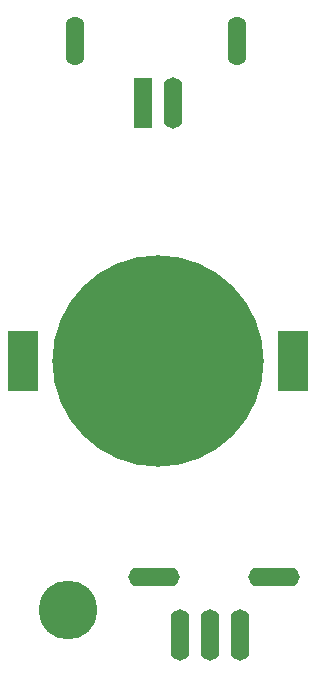
<source format=gbr>
%TF.GenerationSoftware,Novarm,DipTrace,4.3.0.5*%
%TF.CreationDate,2025-06-08T20:07:48-05:00*%
%FSLAX26Y26*%
%MOIN*%
%TF.FileFunction,Soldermask,Bot*%
%TF.Part,Single*%
%ADD28C,0.196*%
%ADD32O,0.17126X0.062992*%
%ADD34O,0.062992X0.163037*%
%ADD36O,0.062992X0.17126*%
%ADD38R,0.062992X0.17126*%
%ADD40R,0.102362X0.204724*%
%ADD42C,0.704724*%
G75*
G01*
%LPD*%
D42*
X1331251Y1431249D3*
D40*
X1781251D3*
X881251D3*
D38*
X1281251Y2293749D3*
D36*
X1381251D3*
D28*
X1030199Y601199D3*
D34*
X1056251Y2499998D3*
X1593750Y2499999D3*
D32*
X1718750Y712499D3*
X1318750D3*
D36*
X1606250Y518749D3*
X1506250D3*
X1406250D3*
M02*

</source>
